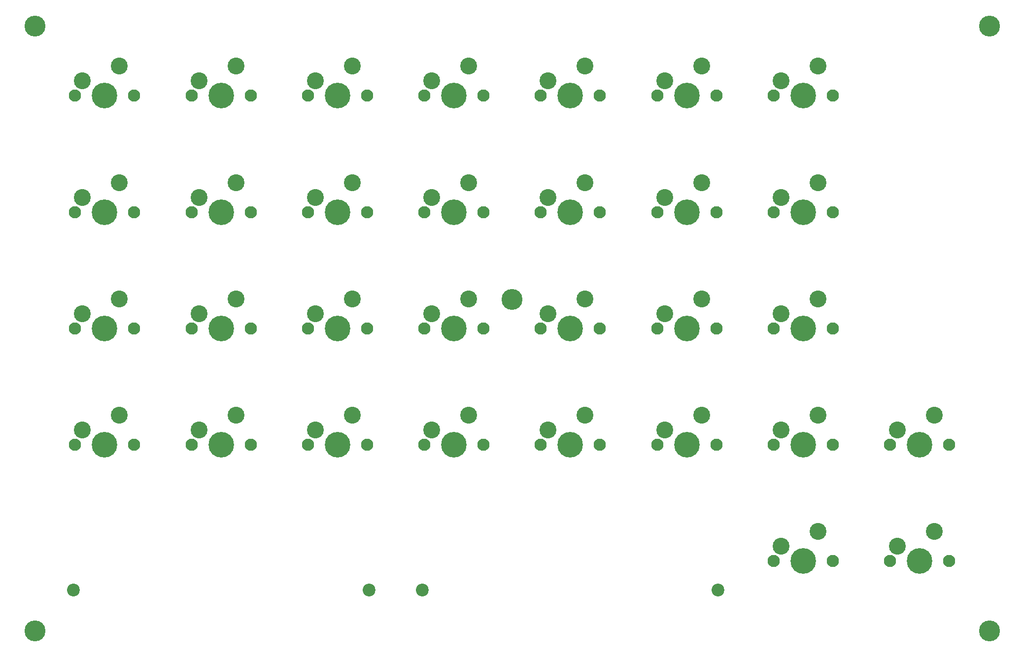
<source format=gbs>
G04 #@! TF.FileFunction,Soldermask,Bot*
%FSLAX46Y46*%
G04 Gerber Fmt 4.6, Leading zero omitted, Abs format (unit mm)*
G04 Created by KiCad (PCBNEW 4.0.7) date *
%MOMM*%
%LPD*%
G01*
G04 APERTURE LIST*
%ADD10C,0.050000*%
%ADD11C,4.400000*%
%ADD12C,2.100000*%
%ADD13C,2.900000*%
%ADD14C,3.600000*%
%ADD15C,2.200000*%
G04 APERTURE END LIST*
D10*
D11*
X135000000Y75000000D03*
D12*
X140080000Y75000000D03*
X129920000Y75000000D03*
D13*
X137540000Y80080000D03*
X131190000Y77540000D03*
D11*
X115000000Y55000000D03*
D12*
X120080000Y55000000D03*
X109920000Y55000000D03*
D13*
X117540000Y60080000D03*
X111190000Y57540000D03*
D11*
X95000000Y75000000D03*
D12*
X100080000Y75000000D03*
X89920000Y75000000D03*
D13*
X97540000Y80080000D03*
X91190000Y77540000D03*
D11*
X115000000Y95000000D03*
D12*
X120080000Y95000000D03*
X109920000Y95000000D03*
D13*
X117540000Y100080000D03*
X111190000Y97540000D03*
D11*
X15000000Y35000000D03*
D12*
X20080000Y35000000D03*
X9920000Y35000000D03*
D13*
X17540000Y40080000D03*
X11190000Y37540000D03*
D11*
X35000000Y35000000D03*
D12*
X40080000Y35000000D03*
X29920000Y35000000D03*
D13*
X37540000Y40080000D03*
X31190000Y37540000D03*
D11*
X55000000Y35000000D03*
D12*
X60080000Y35000000D03*
X49920000Y35000000D03*
D13*
X57540000Y40080000D03*
X51190000Y37540000D03*
D11*
X75000000Y35000000D03*
D12*
X80080000Y35000000D03*
X69920000Y35000000D03*
D13*
X77540000Y40080000D03*
X71190000Y37540000D03*
D11*
X95000000Y35000000D03*
D12*
X100080000Y35000000D03*
X89920000Y35000000D03*
D13*
X97540000Y40080000D03*
X91190000Y37540000D03*
D11*
X115000000Y35000000D03*
D12*
X120080000Y35000000D03*
X109920000Y35000000D03*
D13*
X117540000Y40080000D03*
X111190000Y37540000D03*
D11*
X135000000Y35000000D03*
D12*
X140080000Y35000000D03*
X129920000Y35000000D03*
D13*
X137540000Y40080000D03*
X131190000Y37540000D03*
D11*
X155000000Y35000000D03*
D12*
X160080000Y35000000D03*
X149920000Y35000000D03*
D13*
X157540000Y40080000D03*
X151190000Y37540000D03*
D11*
X15000000Y55000000D03*
D12*
X20080000Y55000000D03*
X9920000Y55000000D03*
D13*
X17540000Y60080000D03*
X11190000Y57540000D03*
D11*
X35000000Y55000000D03*
D12*
X40080000Y55000000D03*
X29920000Y55000000D03*
D13*
X37540000Y60080000D03*
X31190000Y57540000D03*
D11*
X55000000Y55000000D03*
D12*
X60080000Y55000000D03*
X49920000Y55000000D03*
D13*
X57540000Y60080000D03*
X51190000Y57540000D03*
D11*
X75000000Y55000000D03*
D12*
X80080000Y55000000D03*
X69920000Y55000000D03*
D13*
X77540000Y60080000D03*
X71190000Y57540000D03*
D11*
X95000000Y55000000D03*
D12*
X100080000Y55000000D03*
X89920000Y55000000D03*
D13*
X97540000Y60080000D03*
X91190000Y57540000D03*
D11*
X135000000Y55000000D03*
D12*
X140080000Y55000000D03*
X129920000Y55000000D03*
D13*
X137540000Y60080000D03*
X131190000Y57540000D03*
D11*
X155000000Y15000000D03*
D12*
X160080000Y15000000D03*
X149920000Y15000000D03*
D13*
X157540000Y20080000D03*
X151190000Y17540000D03*
D11*
X15000000Y75000000D03*
D12*
X20080000Y75000000D03*
X9920000Y75000000D03*
D13*
X17540000Y80080000D03*
X11190000Y77540000D03*
D11*
X35000000Y75000000D03*
D12*
X40080000Y75000000D03*
X29920000Y75000000D03*
D13*
X37540000Y80080000D03*
X31190000Y77540000D03*
D11*
X55000000Y75000000D03*
D12*
X60080000Y75000000D03*
X49920000Y75000000D03*
D13*
X57540000Y80080000D03*
X51190000Y77540000D03*
D11*
X75000000Y75000000D03*
D12*
X80080000Y75000000D03*
X69920000Y75000000D03*
D13*
X77540000Y80080000D03*
X71190000Y77540000D03*
D11*
X115000000Y75000000D03*
D12*
X120080000Y75000000D03*
X109920000Y75000000D03*
D13*
X117540000Y80080000D03*
X111190000Y77540000D03*
D11*
X135000000Y15000000D03*
D12*
X140080000Y15000000D03*
X129920000Y15000000D03*
D13*
X137540000Y20080000D03*
X131190000Y17540000D03*
D11*
X15000000Y95000000D03*
D12*
X20080000Y95000000D03*
X9920000Y95000000D03*
D13*
X17540000Y100080000D03*
X11190000Y97540000D03*
D11*
X35000000Y95000000D03*
D12*
X40080000Y95000000D03*
X29920000Y95000000D03*
D13*
X37540000Y100080000D03*
X31190000Y97540000D03*
D11*
X55000000Y95000000D03*
D12*
X60080000Y95000000D03*
X49920000Y95000000D03*
D13*
X57540000Y100080000D03*
X51190000Y97540000D03*
D11*
X75000000Y95000000D03*
D12*
X80080000Y95000000D03*
X69920000Y95000000D03*
D13*
X77540000Y100080000D03*
X71190000Y97540000D03*
D11*
X95000000Y95000000D03*
D12*
X100080000Y95000000D03*
X89920000Y95000000D03*
D13*
X97540000Y100080000D03*
X91190000Y97540000D03*
D11*
X135000000Y95000000D03*
D12*
X140080000Y95000000D03*
X129920000Y95000000D03*
D13*
X137540000Y100080000D03*
X131190000Y97540000D03*
D14*
X85000000Y60000000D03*
X3000000Y107000000D03*
X3000000Y3000000D03*
X167000000Y3000000D03*
X167000000Y107000000D03*
D15*
X120400000Y10000000D03*
X69600000Y10000000D03*
X60400000Y10000000D03*
X9600000Y10000000D03*
M02*

</source>
